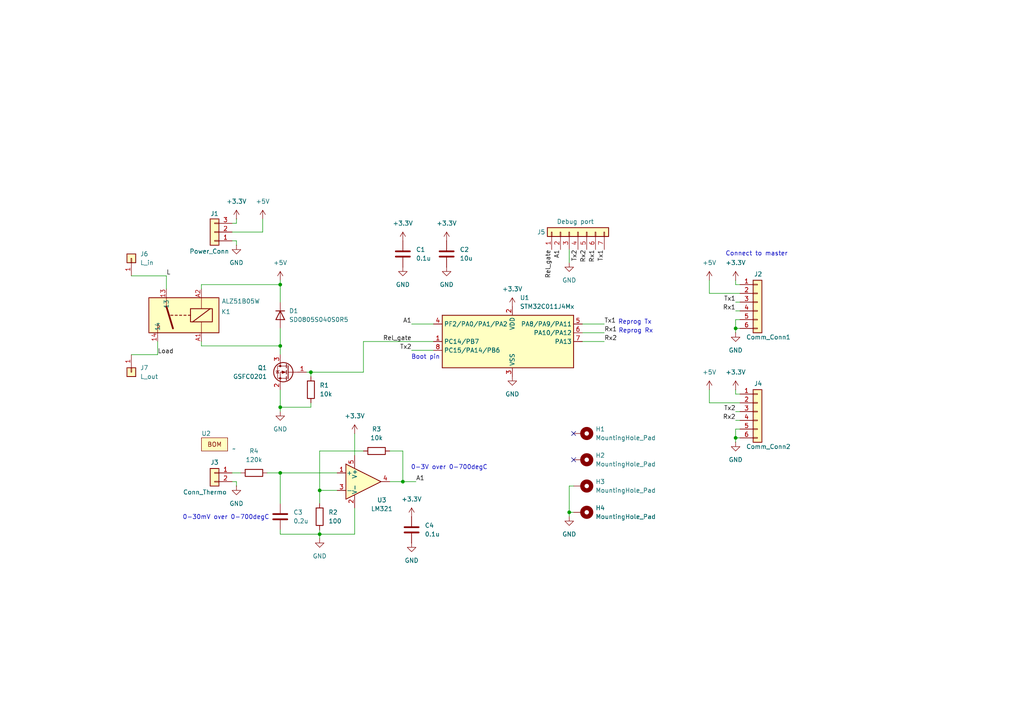
<source format=kicad_sch>
(kicad_sch (version 20231120) (generator "eeschema") (generator_version "8.0")
  (paper "A4")
  (lib_symbols
    (symbol "Amplifier_Operational:LM321" (pin_names (offset 0.127))
      (property "Reference" "U" (at 0 7.62 0))
      (property "Value" "LM321" (at 0 5.08 0))
      (symbol "LM321_0_1"
        (polyline (pts (xy -5.08 5.08) (xy 5.08 0) (xy -5.08 -5.08) (xy -5.08 5.08)) (stroke (width 0.254)) (fill (type background)))
      )
      (symbol "LM321_1_1"
        (pin input line (at -7.62 2.54 0) (length 2.54) (name "+") (number "1"))
        (pin power_in line (at -2.54 -7.62 90) (length 3.81) (name "V-") (number "2"))
        (pin input line (at -7.62 -2.54 0) (length 2.54) (name "-") (number "3"))
        (pin output line (at 7.62 0 180) (length 2.54) (name "~") (number "4"))
        (pin power_in line (at -2.54 7.62 270) (length 3.81) (name "V+") (number "5"))
      )
    )
    (symbol "Connector_Generic:Conn_01x01" (pin_names (offset 1.016) hide)
      (property "Reference" "J" (at 0 2.54 0))
      (property "Value" "Conn_01x01" (at 0 -2.54 0))
      (symbol "Conn_01x01_1_1"
        (rectangle (start -1.27 0.127) (end 0 -0.127) (stroke (width 0.1524)))
        (rectangle (start -1.27 1.27) (end 1.27 -1.27) (stroke (width 0.254)) (fill (type background)))
        (pin passive line (at -5.08 0 0) (length 3.81) (name "Pin_1") (number "1"))
      )
    )
    (symbol "Connector_Generic:Conn_01x02" (pin_names (offset 1.016) hide)
      (property "Reference" "J" (at 0 2.54 0))
      (property "Value" "Conn_01x02" (at 0 -5.08 0))
      (symbol "Conn_01x02_1_1"
        (rectangle (start -1.27 -2.413) (end 0 -2.667) (stroke (width 0.1524)))
        (rectangle (start -1.27 0.127) (end 0 -0.127) (stroke (width 0.1524)))
        (rectangle (start -1.27 1.27) (end 1.27 -3.81) (stroke (width 0.254)) (fill (type background)))
        (pin passive line (at -5.08 0 0) (length 3.81) (name "Pin_1") (number "1"))
        (pin passive line (at -5.08 -2.54 0) (length 3.81) (name "Pin_2") (number "2"))
      )
    )
    (symbol "Connector_Generic:Conn_01x03" (pin_names (offset 1.016) hide)
      (property "Reference" "J" (at 0 5.08 0))
      (property "Value" "Conn_01x03" (at 0 -5.08 0))
      (symbol "Conn_01x03_1_1"
        (rectangle (start -1.27 -2.413) (end 0 -2.667) (stroke (width 0.1524)))
        (rectangle (start -1.27 0.127) (end 0 -0.127) (stroke (width 0.1524)))
        (rectangle (start -1.27 2.667) (end 0 2.413) (stroke (width 0.1524)))
        (rectangle (start -1.27 3.81) (end 1.27 -3.81) (stroke (width 0.254)) (fill (type background)))
        (pin passive line (at -5.08 2.54 0) (length 3.81) (name "Pin_1") (number "1"))
        (pin passive line (at -5.08 0 0) (length 3.81) (name "Pin_2") (number "2"))
        (pin passive line (at -5.08 -2.54 0) (length 3.81) (name "Pin_3") (number "3"))
      )
    )
    (symbol "Connector_Generic:Conn_01x06" (pin_names (offset 1.016) hide)
      (property "Reference" "J" (at 0 7.62 0))
      (property "Value" "Conn_01x06" (at 0 -10.16 0))
      (symbol "Conn_01x06_1_1"
        (rectangle (start -1.27 -7.493) (end 0 -7.747) (stroke (width 0.1524)))
        (rectangle (start -1.27 -4.953) (end 0 -5.207) (stroke (width 0.1524)))
        (rectangle (start -1.27 -2.413) (end 0 -2.667) (stroke (width 0.1524)))
        (rectangle (start -1.27 0.127) (end 0 -0.127) (stroke (width 0.1524)))
        (rectangle (start -1.27 2.667) (end 0 2.413) (stroke (width 0.1524)))
        (rectangle (start -1.27 5.207) (end 0 4.953) (stroke (width 0.1524)))
        (rectangle (start -1.27 6.35) (end 1.27 -8.89) (stroke (width 0.254)) (fill (type background)))
        (pin passive line (at -5.08 5.08 0) (length 3.81) (name "Pin_1") (number "1"))
        (pin passive line (at -5.08 2.54 0) (length 3.81) (name "Pin_2") (number "2"))
        (pin passive line (at -5.08 0 0) (length 3.81) (name "Pin_3") (number "3"))
        (pin passive line (at -5.08 -2.54 0) (length 3.81) (name "Pin_4") (number "4"))
        (pin passive line (at -5.08 -5.08 0) (length 3.81) (name "Pin_5") (number "5"))
        (pin passive line (at -5.08 -7.62 0) (length 3.81) (name "Pin_6") (number "6"))
      )
    )
    (symbol "Connector_Generic:Conn_01x07" (pin_names (offset 1.016) hide)
      (property "Reference" "J" (at 0 10.16 0))
      (property "Value" "Conn_01x07" (at 0 -10.16 0))
      (symbol "Conn_01x07_1_1"
        (rectangle (start -1.27 -7.493) (end 0 -7.747) (stroke (width 0.1524)))
        (rectangle (start -1.27 -4.953) (end 0 -5.207) (stroke (width 0.1524)))
        (rectangle (start -1.27 -2.413) (end 0 -2.667) (stroke (width 0.1524)))
        (rectangle (start -1.27 0.127) (end 0 -0.127) (stroke (width 0.1524)))
        (rectangle (start -1.27 2.667) (end 0 2.413) (stroke (width 0.1524)))
        (rectangle (start -1.27 5.207) (end 0 4.953) (stroke (width 0.1524)))
        (rectangle (start -1.27 7.747) (end 0 7.493) (stroke (width 0.1524)))
        (rectangle (start -1.27 8.89) (end 1.27 -8.89) (stroke (width 0.254)) (fill (type background)))
        (pin passive line (at -5.08 7.62 0) (length 3.81) (name "Pin_1") (number "1"))
        (pin passive line (at -5.08 5.08 0) (length 3.81) (name "Pin_2") (number "2"))
        (pin passive line (at -5.08 2.54 0) (length 3.81) (name "Pin_3") (number "3"))
        (pin passive line (at -5.08 0 0) (length 3.81) (name "Pin_4") (number "4"))
        (pin passive line (at -5.08 -2.54 0) (length 3.81) (name "Pin_5") (number "5"))
        (pin passive line (at -5.08 -5.08 0) (length 3.81) (name "Pin_6") (number "6"))
        (pin passive line (at -5.08 -7.62 0) (length 3.81) (name "Pin_7") (number "7"))
      )
    )
    (symbol "Custom:BOM_element" (on_board no)
      (property "Reference" "U" (at 0.762 1.27 0))
      (symbol "BOM_element_1_1"
        (text_box "BOM" (at 0 0 0) (size 7.62 -3.81) (fill (type color) (color 255 255 194 1)) (effects (font (size 1.27 1.27))))
      )
    )
    (symbol "Device:C" (pin_numbers hide) (pin_names (offset 0.254))
      (property "Reference" "C" (at 0.635 2.54 0))
      (property "Value" "C" (at 0.635 -2.54 0))
      (symbol "C_0_1"
        (polyline (pts (xy -2.032 -0.762) (xy 2.032 -0.762)) (stroke (width 0.508)))
        (polyline (pts (xy -2.032 0.762) (xy 2.032 0.762)) (stroke (width 0.508)))
      )
      (symbol "C_1_1"
        (pin passive line (at 0 3.81 270) (length 2.794) (name "~") (number "1"))
        (pin passive line (at 0 -3.81 90) (length 2.794) (name "~") (number "2"))
      )
    )
    (symbol "Device:D" (pin_numbers hide) (pin_names (offset 1.016) hide)
      (property "Reference" "D" (at 0 2.54 0))
      (property "Value" "D" (at 0 -2.54 0))
      (symbol "D_0_1"
        (polyline (pts (xy -1.27 1.27) (xy -1.27 -1.27)) (stroke (width 0.254)))
        (polyline (pts (xy 1.27 0) (xy -1.27 0)))
        (polyline (pts (xy 1.27 1.27) (xy 1.27 -1.27) (xy -1.27 0) (xy 1.27 1.27)) (stroke (width 0.254)))
      )
      (symbol "D_1_1"
        (pin passive line (at -3.81 0 0) (length 2.54) (name "K") (number "1"))
        (pin passive line (at 3.81 0 180) (length 2.54) (name "A") (number "2"))
      )
    )
    (symbol "Device:Q_NMOS_GSD" (pin_names (offset 0) hide)
      (property "Reference" "Q" (at 5.08 1.27 0))
      (property "Value" "Q_NMOS_GSD" (at 5.08 -1.27 0))
      (symbol "Q_NMOS_GSD_0_1"
        (polyline (pts (xy 0.254 0) (xy -2.54 0)))
        (polyline (pts (xy 0.254 1.905) (xy 0.254 -1.905)) (stroke (width 0.254)))
        (polyline (pts (xy 0.762 -1.27) (xy 0.762 -2.286)) (stroke (width 0.254)))
        (polyline (pts (xy 0.762 0.508) (xy 0.762 -0.508)) (stroke (width 0.254)))
        (polyline (pts (xy 0.762 2.286) (xy 0.762 1.27)) (stroke (width 0.254)))
        (polyline (pts (xy 2.54 2.54) (xy 2.54 1.778)))
        (polyline (pts (xy 2.54 -2.54) (xy 2.54 0) (xy 0.762 0)))
        (polyline (pts (xy 0.762 -1.778) (xy 3.302 -1.778) (xy 3.302 1.778) (xy 0.762 1.778)))
        (polyline (pts (xy 1.016 0) (xy 2.032 0.381) (xy 2.032 -0.381) (xy 1.016 0)) (fill (type outline)))
        (polyline (pts (xy 2.794 0.508) (xy 2.921 0.381) (xy 3.683 0.381) (xy 3.81 0.254)))
        (polyline (pts (xy 3.302 0.381) (xy 2.921 -0.254) (xy 3.683 -0.254) (xy 3.302 0.381)))
        (circle (center 1.651 0) (radius 2.794) (stroke (width 0.254)))
        (circle (center 2.54 -1.778) (radius 0.254) (fill (type outline)))
        (circle (center 2.54 1.778) (radius 0.254) (fill (type outline)))
      )
      (symbol "Q_NMOS_GSD_1_1"
        (pin input line (at -5.08 0 0) (length 2.54) (name "G") (number "1"))
        (pin passive line (at 2.54 -5.08 90) (length 2.54) (name "S") (number "2"))
        (pin passive line (at 2.54 5.08 270) (length 2.54) (name "D") (number "3"))
      )
    )
    (symbol "Device:R" (pin_numbers hide) (pin_names (offset 0))
      (property "Reference" "R" (at 2.032 0 90))
      (property "Value" "R" (at 0 0 90))
      (symbol "R_0_1"
        (rectangle (start -1.016 -2.54) (end 1.016 2.54) (stroke (width 0.254)))
      )
      (symbol "R_1_1"
        (pin passive line (at 0 3.81 270) (length 1.27) (name "~") (number "1"))
        (pin passive line (at 0 -3.81 90) (length 1.27) (name "~") (number "2"))
      )
    )
    (symbol "MCU_ST_STM32C0:STM32C011J4Mx"
      (property "Reference" "U" (at -17.78 8.89 0))
      (property "Value" "STM32C011J4Mx" (at 5.08 8.89 0))
      (symbol "STM32C011J4Mx_0_1"
        (rectangle (start -17.78 -7.62) (end 20.32 7.62) (stroke (width 0.254)) (fill (type background)))
      )
      (symbol "STM32C011J4Mx_1_1"
        (pin bidirectional line (at -20.32 0 0) (length 2.54) (name "PC14/PB7") (number "1"))
        (pin power_in line (at 2.54 10.16 270) (length 2.54) (name "VDD") (number "2"))
        (pin power_in line (at 2.54 -10.16 90) (length 2.54) (name "VSS") (number "3"))
        (pin bidirectional line (at -20.32 5.08 0) (length 2.54) (name "PF2/PA0/PA1/PA2") (number "4"))
        (pin bidirectional line (at 22.86 5.08 180) (length 2.54) (name "PA8/PA9/PA11") (number "5"))
        (pin bidirectional line (at 22.86 2.54 180) (length 2.54) (name "PA10/PA12") (number "6"))
        (pin bidirectional line (at 22.86 0 180) (length 2.54) (name "PA13") (number "7"))
        (pin bidirectional line (at -20.32 -2.54 0) (length 2.54) (name "PC15/PA14/PB6") (number "8"))
      )
    )
    (symbol "Mechanical:MountingHole_Pad" (pin_numbers hide) (pin_names (offset 1.016) hide) (exclude_from_sim yes) (in_bom no)
      (property "Reference" "H" (at 0 6.35 0))
      (property "Value" "MountingHole_Pad" (at 0 4.445 0))
      (symbol "MountingHole_Pad_0_1"
        (circle (center 0 1.27) (radius 1.27) (stroke (width 1.27)))
      )
      (symbol "MountingHole_Pad_1_1"
        (pin input line (at 0 -2.54 90) (length 2.54) (name "1") (number "1"))
      )
    )
    (symbol "Relay:Relay_SPST-NO"
      (property "Reference" "K1" (at -13.716 0 90))
      (property "Value" "ALZ51B05W" (at -11.176 0 90))
      (symbol "Relay_SPST-NO_0_0"
        (polyline (pts (xy 7.62 5.08) (xy 7.62 2.54) (xy 6.985 3.175) (xy 7.62 3.81)))
      )
      (symbol "Relay_SPST-NO_0_1"
        (rectangle (start -10.16 5.08) (end 10.16 -5.08) (stroke (width 0.254)) (fill (type background)))
        (rectangle (start -8.255 1.905) (end -1.905 -1.905) (stroke (width 0.254)))
        (polyline (pts (xy -7.62 -1.905) (xy -2.54 1.905)) (stroke (width 0.254)))
        (polyline (pts (xy -5.08 -5.08) (xy -5.08 -1.905)))
        (polyline (pts (xy -5.08 5.08) (xy -5.08 1.905)))
        (polyline (pts (xy -1.905 0) (xy -1.27 0)) (stroke (width 0.254)))
        (polyline (pts (xy -0.635 0) (xy 0 0)) (stroke (width 0.254)))
        (polyline (pts (xy 0.635 0) (xy 1.27 0)) (stroke (width 0.254)))
        (polyline (pts (xy 1.905 0) (xy 2.54 0)) (stroke (width 0.254)))
        (polyline (pts (xy 3.175 0) (xy 3.81 0)) (stroke (width 0.254)))
        (polyline (pts (xy 5.08 -2.54) (xy 3.175 3.81)) (stroke (width 0.508)))
        (polyline (pts (xy 5.08 -2.54) (xy 5.08 -5.08)))
      )
      (symbol "Relay_SPST-NO_1_1"
        (pin passive line (at 5.08 -7.62 90) (length 2.54) hide (name "13") (number "12"))
        (pin passive line (at 5.08 -7.62 90) (length 2.54) (name "13") (number "13"))
        (pin passive line (at 7.62 7.62 270) (length 2.54) (name "14") (number "14"))
        (pin passive line (at 7.62 7.62 270) (length 2.54) hide (name "14") (number "15"))
        (pin passive line (at -5.08 7.62 270) (length 2.54) (name "~") (number "A1"))
        (pin passive line (at -5.08 -7.62 90) (length 2.54) (name "~") (number "A2"))
      )
    )
    (symbol "power:+3.3V" (power) (pin_numbers hide) (pin_names (offset 0) hide)
      (property "Value" "+3.3V" (at 0 3.556 0))
      (symbol "+3.3V_0_1"
        (polyline (pts (xy -0.762 1.27) (xy 0 2.54)))
        (polyline (pts (xy 0 0) (xy 0 2.54)))
        (polyline (pts (xy 0 2.54) (xy 0.762 1.27)))
      )
      (symbol "+3.3V_1_1"
        (pin power_in line (at 0 0 90) (length 0) (name "~") (number "1"))
      )
    )
    (symbol "power:+5V" (power) (pin_numbers hide) (pin_names (offset 0) hide)
      (property "Value" "+5V" (at 0 3.556 0))
      (symbol "+5V_0_1"
        (polyline (pts (xy -0.762 1.27) (xy 0 2.54)))
        (polyline (pts (xy 0 0) (xy 0 2.54)))
        (polyline (pts (xy 0 2.54) (xy 0.762 1.27)))
      )
      (symbol "+5V_1_1"
        (pin power_in line (at 0 0 90) (length 0) (name "~") (number "1"))
      )
    )
    (symbol "power:GND" (power) (pin_numbers hide) (pin_names (offset 0) hide)
      (property "Value" "GND" (at 0 -3.81 0))
      (symbol "GND_0_1"
        (polyline (pts (xy 0 0) (xy 0 -1.27) (xy 1.27 -1.27) (xy 0 -2.54) (xy -1.27 -1.27) (xy 0 -1.27)))
      )
      (symbol "GND_1_1"
        (pin power_in line (at 0 0 270) (length 0) (name "~") (number "1"))
      )
    )
  )
  (junction (at 92.71 142.24))
  (junction (at 213.36 95.25))
  (junction (at 81.28 100.33))
  (junction (at 213.36 127))
  (junction (at 92.71 154.94))
  (junction (at 165.1 148.59))
  (junction (at 81.28 82.55))
  (junction (at 116.84 139.7))
  (junction (at 81.28 118.11))
  (junction (at 90.17 107.95))
  (junction (at 81.28 137.16))
  (no_connect (at 166.37 133.35))
  (no_connect (at 166.37 125.73))
  (wire (pts (xy 92.71 142.24) (xy 92.71 146.05)))
  (wire (pts (xy 214.63 82.55) (xy 213.36 82.55)))
  (wire (pts (xy 213.36 127) (xy 213.36 128.27)))
  (wire (pts (xy 67.31 137.16) (xy 69.85 137.16)))
  (wire (pts (xy 76.2 63.5) (xy 76.2 67.31)))
  (wire (pts (xy 58.42 82.55) (xy 58.42 83.82)))
  (wire (pts (xy 205.74 85.09) (xy 205.74 81.28)))
  (wire (pts (xy 81.28 81.28) (xy 81.28 82.55)))
  (wire (pts (xy 102.87 154.94) (xy 92.71 154.94)))
  (wire (pts (xy 81.28 100.33) (xy 81.28 102.87)))
  (wire (pts (xy 213.36 127) (xy 214.63 127)))
  (wire (pts (xy 68.58 64.77) (xy 68.58 63.5)))
  (wire (pts (xy 214.63 92.71) (xy 213.36 92.71)))
  (wire (pts (xy 68.58 139.7) (xy 68.58 140.97)))
  (wire (pts (xy 90.17 107.95) (xy 90.17 109.22)))
  (wire (pts (xy 45.72 102.87) (xy 38.1 102.87)))
  (wire (pts (xy 213.36 90.17) (xy 214.63 90.17)))
  (wire (pts (xy 116.84 139.7) (xy 116.84 130.81)))
  (wire (pts (xy 213.36 95.25) (xy 213.36 96.52)))
  (wire (pts (xy 205.74 116.84) (xy 205.74 113.03)))
  (wire (pts (xy 92.71 154.94) (xy 92.71 153.67)))
  (wire (pts (xy 81.28 118.11) (xy 90.17 118.11)))
  (wire (pts (xy 67.31 139.7) (xy 68.58 139.7)))
  (wire (pts (xy 67.31 67.31) (xy 76.2 67.31)))
  (wire (pts (xy 213.36 114.3) (xy 213.36 113.03)))
  (wire (pts (xy 81.28 118.11) (xy 81.28 119.38)))
  (wire (pts (xy 213.36 87.63) (xy 214.63 87.63)))
  (wire (pts (xy 81.28 95.25) (xy 81.28 100.33)))
  (wire (pts (xy 168.91 99.06) (xy 175.26 99.06)))
  (wire (pts (xy 81.28 87.63) (xy 81.28 82.55)))
  (wire (pts (xy 116.84 130.81) (xy 113.03 130.81)))
  (wire (pts (xy 92.71 130.81) (xy 105.41 130.81)))
  (wire (pts (xy 81.28 137.16) (xy 97.79 137.16)))
  (wire (pts (xy 165.1 148.59) (xy 166.37 148.59)))
  (wire (pts (xy 81.28 137.16) (xy 81.28 146.05)))
  (wire (pts (xy 119.38 93.98) (xy 125.73 93.98)))
  (wire (pts (xy 58.42 100.33) (xy 81.28 100.33)))
  (wire (pts (xy 213.36 124.46) (xy 213.36 127)))
  (wire (pts (xy 81.28 113.03) (xy 81.28 118.11)))
  (wire (pts (xy 214.63 114.3) (xy 213.36 114.3)))
  (wire (pts (xy 116.84 139.7) (xy 120.65 139.7)))
  (wire (pts (xy 77.47 137.16) (xy 81.28 137.16)))
  (wire (pts (xy 213.36 119.38) (xy 214.63 119.38)))
  (wire (pts (xy 214.63 124.46) (xy 213.36 124.46)))
  (wire (pts (xy 166.37 140.97) (xy 165.1 140.97)))
  (wire (pts (xy 67.31 64.77) (xy 68.58 64.77)))
  (wire (pts (xy 92.71 154.94) (xy 92.71 156.21)))
  (wire (pts (xy 165.1 148.59) (xy 165.1 149.86)))
  (wire (pts (xy 175.26 96.52) (xy 168.91 96.52)))
  (wire (pts (xy 88.9 107.95) (xy 90.17 107.95)))
  (wire (pts (xy 58.42 100.33) (xy 58.42 99.06)))
  (wire (pts (xy 92.71 142.24) (xy 92.71 130.81)))
  (wire (pts (xy 214.63 116.84) (xy 205.74 116.84)))
  (wire (pts (xy 213.36 92.71) (xy 213.36 95.25)))
  (wire (pts (xy 105.41 99.06) (xy 105.41 107.95)))
  (wire (pts (xy 213.36 95.25) (xy 214.63 95.25)))
  (wire (pts (xy 113.03 139.7) (xy 116.84 139.7)))
  (wire (pts (xy 125.73 99.06) (xy 105.41 99.06)))
  (wire (pts (xy 90.17 107.95) (xy 105.41 107.95)))
  (wire (pts (xy 68.58 71.12) (xy 68.58 69.85)))
  (wire (pts (xy 68.58 69.85) (xy 67.31 69.85)))
  (wire (pts (xy 97.79 142.24) (xy 92.71 142.24)))
  (wire (pts (xy 58.42 82.55) (xy 81.28 82.55)))
  (wire (pts (xy 214.63 85.09) (xy 205.74 85.09)))
  (wire (pts (xy 45.72 99.06) (xy 45.72 102.87)))
  (wire (pts (xy 48.26 80.01) (xy 38.1 80.01)))
  (wire (pts (xy 81.28 154.94) (xy 92.71 154.94)))
  (wire (pts (xy 165.1 72.39) (xy 165.1 76.2)))
  (wire (pts (xy 119.38 101.6) (xy 125.73 101.6)))
  (wire (pts (xy 165.1 140.97) (xy 165.1 148.59)))
  (wire (pts (xy 213.36 121.92) (xy 214.63 121.92)))
  (wire (pts (xy 213.36 82.55) (xy 213.36 81.28)))
  (wire (pts (xy 48.26 83.82) (xy 48.26 80.01)))
  (wire (pts (xy 81.28 153.67) (xy 81.28 154.94)))
  (wire (pts (xy 102.87 125.73) (xy 102.87 132.08)))
  (wire (pts (xy 102.87 147.32) (xy 102.87 154.94)))
  (wire (pts (xy 168.91 93.98) (xy 175.26 93.98)))
  (wire (pts (xy 90.17 118.11) (xy 90.17 116.84)))
  (text "Boot pin" (at 123.444 103.632 0) (effects (font (size 1.27 1.27))))
  (text "0-30mV over 0-700degC" (at 65.532 150.114 0) (effects (font (size 1.27 1.27))))
  (text "Reprog Rx" (at 184.404 96.012 0) (effects (font (size 1.27 1.27))))
  (text "Connect to master" (at 219.456 73.66 0) (effects (font (size 1.27 1.27))))
  (text "0-3V over 0-700degC" (at 130.302 135.636 0) (effects (font (size 1.27 1.27))))
  (text "Reprog Tx" (at 184.15 93.472 0) (effects (font (size 1.27 1.27))))
  (label "Rx2" (at 175.26 99.06 0))
  (label "Rx2" (at 213.36 121.92 180))
  (label "Tx1" (at 213.36 87.63 180))
  (label "Rx1" (at 213.36 90.17 180))
  (label "Tx1" (at 175.26 93.98 0))
  (label "Tx2" (at 167.64 72.39 270))
  (label "A1" (at 162.56 72.39 270))
  (label "Rx2" (at 170.18 72.39 270))
  (label "Tx2" (at 119.38 101.6 180))
  (label "Rx1" (at 172.72 72.39 270))
  (label "A1" (at 119.38 93.98 180))
  (label "Rel_gate" (at 160.02 72.39 270))
  (label "L" (at 48.26 80.01 0))
  (label "A1" (at 120.65 139.7 0))
  (label "Rel_gate" (at 119.38 99.06 180))
  (label "Tx2" (at 213.36 119.38 180))
  (label "Tx1" (at 175.26 72.39 270))
  (label "Rx1" (at 175.26 96.52 0))
  (label "Load" (at 45.72 102.87 0))
  (symbol (lib_id "power:+5V") (at 205.74 113.03 0) (mirror y) (unit 1)
    (property "Reference" "#PWR016" (effects (hide yes)))
    (property "Value" "+5V" (at 205.74 107.95 0))
    (property "Description" "Power symbol creates a global label with name \"+5V\"" (effects (hide yes)))
  )
  (symbol (lib_id "power:+3.3V") (at 119.38 149.86 0) (unit 1)
    (property "Reference" "#PWR021" (effects (hide yes)))
    (property "Value" "+3.3V" (at 119.38 144.78 0))
    (property "Description" "Power symbol creates a global label with name \"+3.3V\"" (effects (hide yes)))
  )
  (symbol (lib_id "Device:R") (at 90.17 113.03 0) (unit 1)
    (property "Reference" "R1" (at 92.71 111.7599 0) (effects (justify left)))
    (property "Value" "10k" (at 92.71 114.2999 0) (effects (justify left)))
    (property "Footprint" "Capacitor_SMD:C_0603_1608Metric" (effects (hide yes)))
    (property "Datasheet" "https://www.digikey.ca/en/products/detail/nic-components-corp/NRC06J103TRF/18895926" (effects (hide yes)))
    (property "Description" "Resistor" (effects (hide yes)))
  )
  (symbol (lib_id "Mechanical:MountingHole_Pad") (at 168.91 125.73 270) (unit 1) (exclude_from_sim yes) (in_bom no)
    (property "Reference" "H1" (at 172.72 124.4599 90) (effects (justify left)))
    (property "Value" "MountingHole_Pad" (at 172.72 126.9999 90) (effects (justify left)))
    (property "Footprint" "MountingHole:MountingHole_2.2mm_M2_DIN965_Pad_TopBottom" (effects (hide yes)))
    (property "Description" "Mounting Hole with connection" (effects (hide yes)))
  )
  (symbol (lib_id "power:GND") (at 68.58 71.12 0) (unit 1)
    (property "Reference" "#PWR09" (effects (hide yes)))
    (property "Value" "GND" (at 68.58 76.2 0))
    (property "Description" "Power symbol creates a global label with name \"GND\" , ground" (effects (hide yes)))
  )
  (symbol (lib_id "power:GND") (at 81.28 119.38 0) (unit 1)
    (property "Reference" "#PWR01" (effects (hide yes)))
    (property "Value" "GND" (at 81.28 124.46 0))
    (property "Description" "Power symbol creates a global label with name \"GND\" , ground" (effects (hide yes)))
  )
  (symbol (lib_id "Device:R") (at 73.66 137.16 90) (mirror x) (unit 1)
    (property "Reference" "R4" (at 73.66 130.81 90))
    (property "Value" "120k" (at 73.66 133.35 90))
    (property "Footprint" "Resistor_SMD:R_0603_1608Metric" (effects (hide yes)))
    (property "Description" "Resistor" (effects (hide yes)))
  )
  (symbol (lib_id "Connector_Generic:Conn_01x03") (at 62.23 67.31 180) (unit 1)
    (property "Reference" "J1" (at 62.23 61.976 0))
    (property "Value" "Power_Conn" (at 60.706 72.898 0))
    (property "Footprint" "Connector_PinHeader_2.54mm:PinHeader_1x03_P2.54mm_Vertical" (effects (hide yes)))
    (property "Description" "Generic connector, single row, 01x03, script generated (kicad-library-utils/schlib/autogen/connector/)" (effects (hide yes)))
  )
  (symbol (lib_id "Device:R") (at 92.71 149.86 0) (mirror y) (unit 1)
    (property "Reference" "R2" (at 95.25 148.5899 0) (effects (justify right)))
    (property "Value" "100" (at 95.25 151.1299 0) (effects (justify right)))
    (property "Footprint" "Resistor_SMD:R_0603_1608Metric" (effects (hide yes)))
    (property "Description" "Resistor" (effects (hide yes)))
  )
  (symbol (lib_id "power:GND") (at 129.54 77.47 0) (unit 1)
    (property "Reference" "#PWR06" (effects (hide yes)))
    (property "Value" "GND" (at 129.54 82.55 0))
    (property "Description" "Power symbol creates a global label with name \"GND\" , ground" (effects (hide yes)))
  )
  (symbol (lib_id "power:GND") (at 92.71 156.21 0) (unit 1)
    (property "Reference" "#PWR019" (effects (hide yes)))
    (property "Value" "GND" (at 92.71 161.29 0))
    (property "Description" "Power symbol creates a global label with name \"GND\" , ground" (effects (hide yes)))
  )
  (symbol (lib_id "Connector_Generic:Conn_01x07") (at 167.64 67.31 90) (unit 1)
    (property "Reference" "J5" (at 156.972 67.31 90))
    (property "Value" "Debug port" (at 166.878 64.262 90))
    (property "Footprint" "Connector_PinHeader_2.54mm:PinHeader_1x07_P2.54mm_Vertical" (effects (hide yes)))
    (property "Description" "Generic connector, single row, 01x07, script generated (kicad-library-utils/schlib/autogen/connector/)" (effects (hide yes)))
  )
  (symbol (lib_id "power:GND") (at 213.36 96.52 0) (unit 1)
    (property "Reference" "#PWR02" (effects (hide yes)))
    (property "Value" "GND" (at 213.36 101.6 0))
    (property "Description" "Power symbol creates a global label with name \"GND\" , ground" (effects (hide yes)))
  )
  (symbol (lib_id "power:GND") (at 119.38 157.48 0) (unit 1)
    (property "Reference" "#PWR022" (effects (hide yes)))
    (property "Value" "GND" (at 119.38 162.56 0))
    (property "Description" "Power symbol creates a global label with name \"GND\" , ground" (effects (hide yes)))
  )
  (symbol (lib_id "Device:R") (at 109.22 130.81 90) (mirror x) (unit 1)
    (property "Reference" "R3" (at 109.22 124.46 90))
    (property "Value" "10k" (at 109.22 127 90))
    (property "Footprint" "Capacitor_SMD:C_0603_1608Metric" (effects (hide yes)))
    (property "Datasheet" "https://www.digikey.ca/en/products/detail/nic-components-corp/NRC06J103TRF/18895926" (effects (hide yes)))
    (property "Description" "Resistor" (effects (hide yes)))
  )
  (symbol (lib_id "power:+5V") (at 81.28 81.28 0) (unit 1)
    (property "Reference" "#PWR015" (effects (hide yes)))
    (property "Value" "+5V" (at 81.28 76.2 0))
    (property "Description" "Power symbol creates a global label with name \"+5V\"" (effects (hide yes)))
  )
  (symbol (lib_id "Connector_Generic:Conn_01x06") (at 219.71 87.63 0) (unit 1)
    (property "Reference" "J2" (at 218.694 79.502 0) (effects (justify left)))
    (property "Value" "Comm_Conn1" (at 216.408 97.79 0) (effects (justify left)))
    (property "Footprint" "Custom_footprints:PHY_comm_diffV1" (effects (hide yes)))
    (property "Description" "Differential commutator for serial data" (effects (hide yes)))
  )
  (symbol (lib_id "MCU_ST_STM32C0:STM32C011J4Mx") (at 146.05 99.06 0) (unit 1)
    (property "Reference" "U1" (at 150.7841 86.36 0) (effects (justify left)))
    (property "Value" "STM32C011J4Mx" (at 150.7841 88.9 0) (effects (justify left)))
    (property "Footprint" "Package_SO:SOIC-8_3.9x4.9mm_P1.27mm" (effects (hide yes)))
    (property "Datasheet" "https://www.st.com/resource/en/datasheet/stm32c011j4.pdf" (effects (hide yes)))
    (property "Description" "STMicroelectronics Arm Cortex-M0+ MCU, 16KB flash, 6KB RAM, 48 MHz, 2.0-3.6V, 6 GPIO, SO8N" (effects (hide yes)))
  )
  (symbol (lib_id "power:GND") (at 165.1 149.86 0) (unit 1)
    (property "Reference" "#PWR024" (effects (hide yes)))
    (property "Value" "GND" (at 165.1 154.94 0))
    (property "Description" "Power symbol creates a global label with name \"GND\" , ground" (effects (hide yes)))
  )
  (symbol (lib_id "power:+3.3V") (at 129.54 69.85 0) (unit 1)
    (property "Reference" "#PWR05" (effects (hide yes)))
    (property "Value" "+3.3V" (at 129.54 64.77 0))
    (property "Description" "Power symbol creates a global label with name \"+3.3V\"" (effects (hide yes)))
  )
  (symbol (lib_id "power:+5V") (at 205.74 81.28 0) (mirror y) (unit 1)
    (property "Reference" "#PWR013" (effects (hide yes)))
    (property "Value" "+5V" (at 205.74 76.2 0))
    (property "Description" "Power symbol creates a global label with name \"+5V\"" (effects (hide yes)))
  )
  (symbol (lib_id "Mechanical:MountingHole_Pad") (at 168.91 148.59 270) (unit 1) (exclude_from_sim yes) (in_bom no)
    (property "Reference" "H4" (at 172.72 147.3199 90) (effects (justify left)))
    (property "Value" "MountingHole_Pad" (at 172.72 149.8599 90) (effects (justify left)))
    (property "Footprint" "MountingHole:MountingHole_2.2mm_M2_DIN965_Pad_TopBottom" (effects (hide yes)))
    (property "Description" "Mounting Hole with connection" (effects (hide yes)))
  )
  (symbol (lib_id "Amplifier_Operational:LM321") (at 105.41 139.7 0) (unit 1)
    (property "Reference" "U3" (at 110.744 145.034 0))
    (property "Value" "LM321" (at 110.744 147.574 0))
    (property "Footprint" "Package_TO_SOT_SMD:SOT-23-5" (effects (hide yes)))
    (property "Datasheet" "http://www.ti.com/lit/ds/symlink/lm321.pdf" (effects (hide yes)))
    (property "Description" "Low Power Single Operational Amplifier, SOT-23-5" (effects (hide yes)))
  )
  (symbol (lib_id "power:GND") (at 68.58 140.97 0) (unit 1)
    (property "Reference" "#PWR014" (effects (hide yes)))
    (property "Value" "GND" (at 68.58 146.05 0))
    (property "Description" "Power symbol creates a global label with name \"GND\" , ground" (effects (hide yes)))
  )
  (symbol (lib_id "power:+5V") (at 76.2 63.5 0) (unit 1)
    (property "Reference" "#PWR011" (effects (hide yes)))
    (property "Value" "+5V" (at 76.2 58.42 0))
    (property "Description" "Power symbol creates a global label with name \"+5V\"" (effects (hide yes)))
  )
  (symbol (lib_id "Connector_Generic:Conn_01x01") (at 38.1 107.95 270) (unit 1)
    (property "Reference" "J7" (at 40.64 106.6799 90) (effects (justify left)))
    (property "Value" "L_out" (at 40.64 109.2199 90) (effects (justify left)))
    (property "Footprint" "Custom_footprints:Pad_14AWG_TopBottom_custom" (effects (hide yes)))
    (property "Description" "Generic connector, single row, 01x01, script generated (kicad-library-utils/schlib/autogen/connector/)" (effects (hide yes)))
  )
  (symbol (lib_id "power:GND") (at 148.59 109.22 0) (unit 1)
    (property "Reference" "#PWR08" (effects (hide yes)))
    (property "Value" "GND" (at 148.59 114.3 0))
    (property "Description" "Power symbol creates a global label with name \"GND\" , ground" (effects (hide yes)))
  )
  (symbol (lib_id "Device:C") (at 129.54 73.66 0) (unit 1)
    (property "Reference" "C2" (at 133.35 72.3899 0) (effects (justify left)))
    (property "Value" "10u" (at 133.35 74.9299 0) (effects (justify left)))
    (property "Footprint" "Capacitor_SMD:C_0603_1608Metric" (effects (hide yes)))
    (property "Description" "Unpolarized capacitor" (effects (hide yes)))
  )
  (symbol (lib_id "Custom:BOM_element") (at 58.42 127 0) (unit 1) (on_board no)
    (property "Reference" "U2" (at 58.42 125.73 0) (effects (justify left)))
    (property "Value" "~" (at 67.31 130.175 0) (effects (justify left)))
    (property "Datasheet" "https://www.digikey.ca/en/products/detail/olimex-ltd/TC-K-TYPE-0-4M/21662657" (effects (hide yes)))
  )
  (symbol (lib_id "Device:D") (at 81.28 91.44 270) (unit 1)
    (property "Reference" "D1" (at 83.82 90.1699 90) (effects (justify left)))
    (property "Value" "SD0805S040S0R5" (at 83.82 92.7099 90) (effects (justify left)))
    (property "Footprint" "Diode_SMD:D_0805_2012Metric" (effects (hide yes)))
    (property "Datasheet" "https://www.digikey.ca/en/products/detail/kyocera-avx/SD0805S040S0R5/3749489" (effects (hide yes)))
    (property "Description" "Diode" (effects (hide yes)))
    (property "Sim.Device" "D" (effects (hide yes)))
    (property "Sim.Pins" "1=K 2=A" (effects (hide yes)))
  )
  (symbol (lib_id "Connector_Generic:Conn_01x06") (at 219.71 119.38 0) (unit 1)
    (property "Reference" "J4" (at 218.694 111.252 0) (effects (justify left)))
    (property "Value" "Comm_Conn2" (at 216.408 129.54 0) (effects (justify left)))
    (property "Footprint" "Custom_footprints:PHY_comm_diffV1" (effects (hide yes)))
    (property "Description" "Differential commutator for serial data" (effects (hide yes)))
  )
  (symbol (lib_id "power:GND") (at 213.36 128.27 0) (unit 1)
    (property "Reference" "#PWR018" (effects (hide yes)))
    (property "Value" "GND" (at 213.36 133.35 0))
    (property "Description" "Power symbol creates a global label with name \"GND\" , ground" (effects (hide yes)))
  )
  (symbol (lib_id "power:+3.3V") (at 116.84 69.85 0) (unit 1)
    (property "Reference" "#PWR04" (effects (hide yes)))
    (property "Value" "+3.3V" (at 116.84 64.77 0))
    (property "Description" "Power symbol creates a global label with name \"+3.3V\"" (effects (hide yes)))
  )
  (symbol (lib_id "Device:C") (at 116.84 73.66 0) (unit 1)
    (property "Reference" "C1" (at 120.65 72.3899 0) (effects (justify left)))
    (property "Value" "0.1u" (at 120.65 74.9299 0) (effects (justify left)))
    (property "Footprint" "Capacitor_SMD:C_0603_1608Metric" (effects (hide yes)))
    (property "Description" "Unpolarized capacitor" (effects (hide yes)))
  )
  (symbol (lib_id "Connector_Generic:Conn_01x02") (at 62.23 137.16 0) (mirror y) (unit 1)
    (property "Reference" "J3" (at 62.23 134.112 0))
    (property "Value" "Conn_Thermo" (at 59.436 142.748 0))
    (property "Footprint" "Connector_PinHeader_2.54mm:PinHeader_1x02_P2.54mm_Vertical" (effects (hide yes)))
    (property "Description" "Generic connector, single row, 01x02, script generated (kicad-library-utils/schlib/autogen/connector/)" (effects (hide yes)))
  )
  (symbol (lib_id "power:GND") (at 116.84 77.47 0) (unit 1)
    (property "Reference" "#PWR03" (effects (hide yes)))
    (property "Value" "GND" (at 116.84 82.55 0))
    (property "Description" "Power symbol creates a global label with name \"GND\" , ground" (effects (hide yes)))
  )
  (symbol (lib_id "power:+3.3V") (at 213.36 113.03 0) (mirror y) (unit 1)
    (property "Reference" "#PWR017" (effects (hide yes)))
    (property "Value" "+3.3V" (at 213.36 107.95 0))
    (property "Description" "Power symbol creates a global label with name \"+3.3V\"" (effects (hide yes)))
  )
  (symbol (lib_id "Device:C") (at 81.28 149.86 0) (unit 1)
    (property "Reference" "C3" (at 85.09 148.5899 0) (effects (justify left)))
    (property "Value" "0.2u" (at 85.09 151.1299 0) (effects (justify left)))
    (property "Footprint" "Capacitor_SMD:C_0603_1608Metric" (effects (hide yes)))
    (property "Description" "Unpolarized capacitor" (effects (hide yes)))
  )
  (symbol (lib_id "power:+3.3V") (at 213.36 81.28 0) (mirror y) (unit 1)
    (property "Reference" "#PWR012" (effects (hide yes)))
    (property "Value" "+3.3V" (at 213.36 76.2 0))
    (property "Description" "Power symbol creates a global label with name \"+3.3V\"" (effects (hide yes)))
  )
  (symbol (lib_id "Device:C") (at 119.38 153.67 0) (unit 1)
    (property "Reference" "C4" (at 123.19 152.3999 0) (effects (justify left)))
    (property "Value" "0.1u" (at 123.19 154.9399 0) (effects (justify left)))
    (property "Footprint" "Capacitor_SMD:C_0603_1608Metric" (effects (hide yes)))
    (property "Description" "Unpolarized capacitor" (effects (hide yes)))
  )
  (symbol (lib_id "power:+3.3V") (at 68.58 63.5 0) (unit 1)
    (property "Reference" "#PWR010" (effects (hide yes)))
    (property "Value" "+3.3V" (at 68.58 58.42 0))
    (property "Description" "Power symbol creates a global label with name \"+3.3V\"" (effects (hide yes)))
  )
  (symbol (lib_id "Device:Q_NMOS_GSD") (at 83.82 107.95 0) (mirror y) (unit 1)
    (property "Reference" "Q1" (at 77.47 106.6799 0) (effects (justify left)))
    (property "Value" "GSFC0201" (at 77.47 109.2199 0) (effects (justify left)))
    (property "Footprint" "Package_TO_SOT_SMD:SOT-23-3" (effects (hide yes)))
    (property "Datasheet" "https://goodarksemi.com/docs/datasheets/mosfets/GSFC0201.pdf" (effects (hide yes)))
    (property "Description" "N-MOSFET transistor, gate/source/drain" (effects (hide yes)))
  )
  (symbol (lib_id "power:+3.3V") (at 148.59 88.9 0) (unit 1)
    (property "Reference" "#PWR07" (effects (hide yes)))
    (property "Value" "+3.3V" (at 148.59 83.82 0))
    (property "Description" "Power symbol creates a global label with name \"+3.3V\"" (effects (hide yes)))
  )
  (symbol (lib_id "Connector_Generic:Conn_01x01") (at 38.1 74.93 90) (unit 1)
    (property "Reference" "J6" (at 40.64 73.6599 90) (effects (justify right)))
    (property "Value" "L_in" (at 40.64 76.1999 90) (effects (justify right)))
    (property "Footprint" "Custom_footprints:Pad_14AWG_TopBottom_custom" (effects (hide yes)))
    (property "Description" "Generic connector, single row, 01x01, script generated (kicad-library-utils/schlib/autogen/connector/)" (effects (hide yes)))
  )
  (symbol (lib_id "Mechanical:MountingHole_Pad") (at 168.91 133.35 270) (unit 1) (exclude_from_sim yes) (in_bom no)
    (property "Reference" "H2" (at 172.72 132.0799 90) (effects (justify left)))
    (property "Value" "MountingHole_Pad" (at 172.72 134.6199 90) (effects (justify left)))
    (property "Footprint" "MountingHole:MountingHole_2.2mm_M2_DIN965_Pad_TopBottom" (effects (hide yes)))
    (property "Description" "Mounting Hole with connection" (effects (hide yes)))
  )
  (symbol (lib_id "power:GND") (at 165.1 76.2 0) (unit 1)
    (property "Reference" "#PWR023" (effects (hide yes)))
    (property "Value" "GND" (at 165.1 81.28 0))
    (property "Description" "Power symbol creates a global label with name \"GND\" , ground" (effects (hide yes)))
  )
  (symbol (lib_id "power:+3.3V") (at 102.87 125.73 0) (unit 1)
    (property "Reference" "#PWR020" (effects (hide yes)))
    (property "Value" "+3.3V" (at 102.87 120.65 0))
    (property "Description" "Power symbol creates a global label with name \"+3.3V\"" (effects (hide yes)))
  )
  (symbol (lib_id "Mechanical:MountingHole_Pad") (at 168.91 140.97 270) (unit 1) (exclude_from_sim yes) (in_bom no)
    (property "Reference" "H3" (at 172.72 139.6999 90) (effects (justify left)))
    (property "Value" "MountingHole_Pad" (at 172.72 142.2399 90) (effects (justify left)))
    (property "Footprint" "MountingHole:MountingHole_2.2mm_M2_DIN965_Pad_TopBottom" (effects (hide yes)))
    (property "Description" "Mounting Hole with connection" (effects (hide yes)))
  )
  (symbol (lib_id "Relay:Relay_SPST-NO") (at 53.34 91.44 180) (unit 1)
    (property "Reference" "K1" (at 65.532 90.424 0))
    (property "Value" "ALZ51B05W" (at 69.85 87.376 0))
    (property "Footprint" "Custom_footprints:ALZ51B05W" (effects (hide yes)))
    (property "Datasheet" "https://www.digikey.ca/en/products/detail/panasonic-electric-works/ALZ51B05W/2224586" (effects (hide yes)))
    (property "Description" "Relay SPST, normally open, EN50005" (effects (hide yes)))
  )
)
</source>
